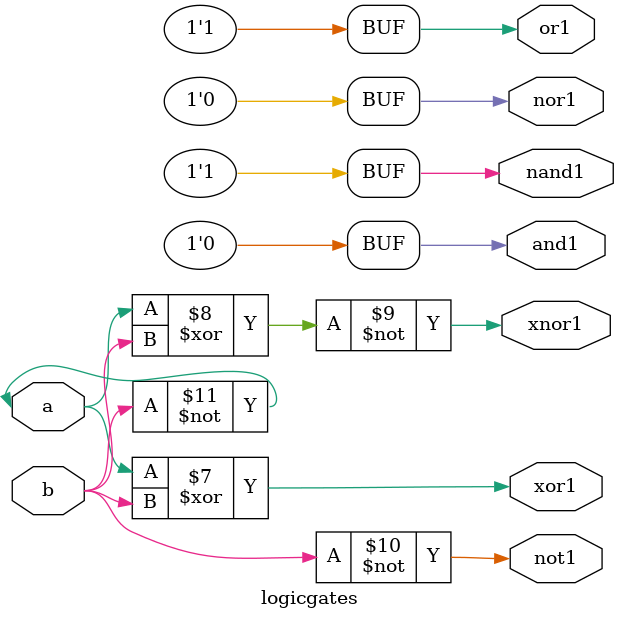
<source format=v>
module logicgates(a,b,and1,or1,nor1,nand1,not1,xor1,xnor1);
input a,b;
output and1,or1,nor1,nand1,not1,xor1,xnor1;
and g1(and1,a,b);
or g2(or1,a,b);
nor g3(nor1,a,b);
nand g4(nand1,a,b);
not g5(not1,a,b);
xor g6(xor1,a,b);
xnor g7(xnor1,a,b);
endmodule

</source>
